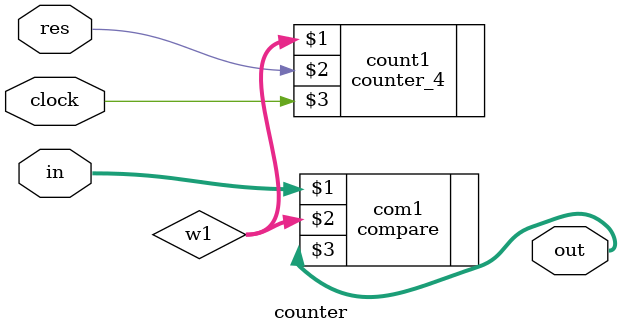
<source format=v>
`timescale 1ns / 1ps
module counter(in , out ,clock,res
    );
	 
	 input [3:0]in;
	 output [3:0]out;
	 input res,clock;
	 
	 wire [3:0]w1;
	 
	
	 
	 
	 counter_4 count1(w1,res,clock);
	 compare com1(in,w1,out);
    
    


endmodule

</source>
